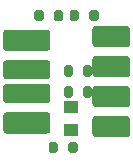
<source format=gbr>
%TF.GenerationSoftware,KiCad,Pcbnew,(5.1.8)-1*%
%TF.CreationDate,2022-12-26T11:43:22-06:00*%
%TF.ProjectId,pcb,7063622e-6b69-4636-9164-5f7063625858,rev?*%
%TF.SameCoordinates,Original*%
%TF.FileFunction,Paste,Bot*%
%TF.FilePolarity,Positive*%
%FSLAX46Y46*%
G04 Gerber Fmt 4.6, Leading zero omitted, Abs format (unit mm)*
G04 Created by KiCad (PCBNEW (5.1.8)-1) date 2022-12-26 11:43:22*
%MOMM*%
%LPD*%
G01*
G04 APERTURE LIST*
%ADD10R,1.250000X1.000000*%
G04 APERTURE END LIST*
%TO.C,P1*%
G36*
G01*
X137434100Y-97200000D02*
X140904900Y-97200000D01*
G75*
G02*
X141169500Y-97464600I0J-264600D01*
G01*
X141169500Y-98735400D01*
G75*
G02*
X140904900Y-99000000I-264600J0D01*
G01*
X137434100Y-99000000D01*
G75*
G02*
X137169500Y-98735400I0J264600D01*
G01*
X137169500Y-97464600D01*
G75*
G02*
X137434100Y-97200000I264600J0D01*
G01*
G37*
G36*
G01*
X137404700Y-99800000D02*
X140934300Y-99800000D01*
G75*
G02*
X141169500Y-100035200I0J-235200D01*
G01*
X141169500Y-101164800D01*
G75*
G02*
X140934300Y-101400000I-235200J0D01*
G01*
X137404700Y-101400000D01*
G75*
G02*
X137169500Y-101164800I0J235200D01*
G01*
X137169500Y-100035200D01*
G75*
G02*
X137404700Y-99800000I235200J0D01*
G01*
G37*
G36*
G01*
X137404700Y-101800000D02*
X140934300Y-101800000D01*
G75*
G02*
X141169500Y-102035200I0J-235200D01*
G01*
X141169500Y-103164800D01*
G75*
G02*
X140934300Y-103400000I-235200J0D01*
G01*
X137404700Y-103400000D01*
G75*
G02*
X137169500Y-103164800I0J235200D01*
G01*
X137169500Y-102035200D01*
G75*
G02*
X137404700Y-101800000I235200J0D01*
G01*
G37*
G36*
G01*
X137434100Y-104200000D02*
X140904900Y-104200000D01*
G75*
G02*
X141169500Y-104464600I0J-264600D01*
G01*
X141169500Y-105735400D01*
G75*
G02*
X140904900Y-106000000I-264600J0D01*
G01*
X137434100Y-106000000D01*
G75*
G02*
X137169500Y-105735400I0J264600D01*
G01*
X137169500Y-104464600D01*
G75*
G02*
X137434100Y-104200000I264600J0D01*
G01*
G37*
%TD*%
%TO.C,J1*%
G36*
G01*
X144718500Y-98425400D02*
X144718500Y-97154600D01*
G75*
G02*
X144983100Y-96890000I264600J0D01*
G01*
X147653900Y-96890000D01*
G75*
G02*
X147918500Y-97154600I0J-264600D01*
G01*
X147918500Y-98425400D01*
G75*
G02*
X147653900Y-98690000I-264600J0D01*
G01*
X144983100Y-98690000D01*
G75*
G02*
X144718500Y-98425400I0J264600D01*
G01*
G37*
G36*
G01*
X144718500Y-100965400D02*
X144718500Y-99694600D01*
G75*
G02*
X144983100Y-99430000I264600J0D01*
G01*
X147653900Y-99430000D01*
G75*
G02*
X147918500Y-99694600I0J-264600D01*
G01*
X147918500Y-100965400D01*
G75*
G02*
X147653900Y-101230000I-264600J0D01*
G01*
X144983100Y-101230000D01*
G75*
G02*
X144718500Y-100965400I0J264600D01*
G01*
G37*
G36*
G01*
X144718500Y-103505400D02*
X144718500Y-102234600D01*
G75*
G02*
X144983100Y-101970000I264600J0D01*
G01*
X147653900Y-101970000D01*
G75*
G02*
X147918500Y-102234600I0J-264600D01*
G01*
X147918500Y-103505400D01*
G75*
G02*
X147653900Y-103770000I-264600J0D01*
G01*
X144983100Y-103770000D01*
G75*
G02*
X144718500Y-103505400I0J264600D01*
G01*
G37*
G36*
G01*
X144718500Y-106045400D02*
X144718500Y-104774600D01*
G75*
G02*
X144983100Y-104510000I264600J0D01*
G01*
X147653900Y-104510000D01*
G75*
G02*
X147918500Y-104774600I0J-264600D01*
G01*
X147918500Y-106045400D01*
G75*
G02*
X147653900Y-106310000I-264600J0D01*
G01*
X144983100Y-106310000D01*
G75*
G02*
X144718500Y-106045400I0J264600D01*
G01*
G37*
%TD*%
D10*
%TO.C,C1*%
X142875000Y-103711500D03*
X142875000Y-105711500D03*
%TD*%
%TO.C,R1*%
G36*
G01*
X145243000Y-95737000D02*
X145243000Y-96287000D01*
G75*
G02*
X145043000Y-96487000I-200000J0D01*
G01*
X144643000Y-96487000D01*
G75*
G02*
X144443000Y-96287000I0J200000D01*
G01*
X144443000Y-95737000D01*
G75*
G02*
X144643000Y-95537000I200000J0D01*
G01*
X145043000Y-95537000D01*
G75*
G02*
X145243000Y-95737000I0J-200000D01*
G01*
G37*
G36*
G01*
X143593000Y-95737000D02*
X143593000Y-96287000D01*
G75*
G02*
X143393000Y-96487000I-200000J0D01*
G01*
X142993000Y-96487000D01*
G75*
G02*
X142793000Y-96287000I0J200000D01*
G01*
X142793000Y-95737000D01*
G75*
G02*
X142993000Y-95537000I200000J0D01*
G01*
X143393000Y-95537000D01*
G75*
G02*
X143593000Y-95737000I0J-200000D01*
G01*
G37*
%TD*%
%TO.C,R2*%
G36*
G01*
X141458500Y-96287000D02*
X141458500Y-95737000D01*
G75*
G02*
X141658500Y-95537000I200000J0D01*
G01*
X142058500Y-95537000D01*
G75*
G02*
X142258500Y-95737000I0J-200000D01*
G01*
X142258500Y-96287000D01*
G75*
G02*
X142058500Y-96487000I-200000J0D01*
G01*
X141658500Y-96487000D01*
G75*
G02*
X141458500Y-96287000I0J200000D01*
G01*
G37*
G36*
G01*
X139808500Y-96287000D02*
X139808500Y-95737000D01*
G75*
G02*
X140008500Y-95537000I200000J0D01*
G01*
X140408500Y-95537000D01*
G75*
G02*
X140608500Y-95737000I0J-200000D01*
G01*
X140608500Y-96287000D01*
G75*
G02*
X140408500Y-96487000I-200000J0D01*
G01*
X140008500Y-96487000D01*
G75*
G02*
X139808500Y-96287000I0J200000D01*
G01*
G37*
%TD*%
%TO.C,R3*%
G36*
G01*
X142285000Y-100986000D02*
X142285000Y-100436000D01*
G75*
G02*
X142485000Y-100236000I200000J0D01*
G01*
X142885000Y-100236000D01*
G75*
G02*
X143085000Y-100436000I0J-200000D01*
G01*
X143085000Y-100986000D01*
G75*
G02*
X142885000Y-101186000I-200000J0D01*
G01*
X142485000Y-101186000D01*
G75*
G02*
X142285000Y-100986000I0J200000D01*
G01*
G37*
G36*
G01*
X143935000Y-100986000D02*
X143935000Y-100436000D01*
G75*
G02*
X144135000Y-100236000I200000J0D01*
G01*
X144535000Y-100236000D01*
G75*
G02*
X144735000Y-100436000I0J-200000D01*
G01*
X144735000Y-100986000D01*
G75*
G02*
X144535000Y-101186000I-200000J0D01*
G01*
X144135000Y-101186000D01*
G75*
G02*
X143935000Y-100986000I0J200000D01*
G01*
G37*
%TD*%
%TO.C,R4*%
G36*
G01*
X143935000Y-102764000D02*
X143935000Y-102214000D01*
G75*
G02*
X144135000Y-102014000I200000J0D01*
G01*
X144535000Y-102014000D01*
G75*
G02*
X144735000Y-102214000I0J-200000D01*
G01*
X144735000Y-102764000D01*
G75*
G02*
X144535000Y-102964000I-200000J0D01*
G01*
X144135000Y-102964000D01*
G75*
G02*
X143935000Y-102764000I0J200000D01*
G01*
G37*
G36*
G01*
X142285000Y-102764000D02*
X142285000Y-102214000D01*
G75*
G02*
X142485000Y-102014000I200000J0D01*
G01*
X142885000Y-102014000D01*
G75*
G02*
X143085000Y-102214000I0J-200000D01*
G01*
X143085000Y-102764000D01*
G75*
G02*
X142885000Y-102964000I-200000J0D01*
G01*
X142485000Y-102964000D01*
G75*
G02*
X142285000Y-102764000I0J200000D01*
G01*
G37*
%TD*%
%TO.C,R5*%
G36*
G01*
X143465000Y-106913000D02*
X143465000Y-107463000D01*
G75*
G02*
X143265000Y-107663000I-200000J0D01*
G01*
X142865000Y-107663000D01*
G75*
G02*
X142665000Y-107463000I0J200000D01*
G01*
X142665000Y-106913000D01*
G75*
G02*
X142865000Y-106713000I200000J0D01*
G01*
X143265000Y-106713000D01*
G75*
G02*
X143465000Y-106913000I0J-200000D01*
G01*
G37*
G36*
G01*
X141815000Y-106913000D02*
X141815000Y-107463000D01*
G75*
G02*
X141615000Y-107663000I-200000J0D01*
G01*
X141215000Y-107663000D01*
G75*
G02*
X141015000Y-107463000I0J200000D01*
G01*
X141015000Y-106913000D01*
G75*
G02*
X141215000Y-106713000I200000J0D01*
G01*
X141615000Y-106713000D01*
G75*
G02*
X141815000Y-106913000I0J-200000D01*
G01*
G37*
%TD*%
M02*

</source>
